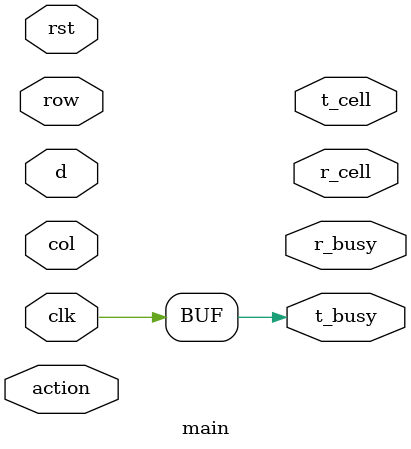
<source format=v>
module main #(
    parameter W = 8,
    parameter DIV = 3,
    parameter PAR = 0
) (
    input clk, input rst,
    input [W-1:0] d,
    input row,
    input [0:1] col,
    input [3:0] action,
    output t_busy, output r_busy,
    output [W-1:0] t_cell, output [W-1:0] r_cell    
);

    always @(posedge clk, posedge rst) begin
        if (rst) begin
            
        end
    end

    assign t_busy = clk;

endmodule
</source>
